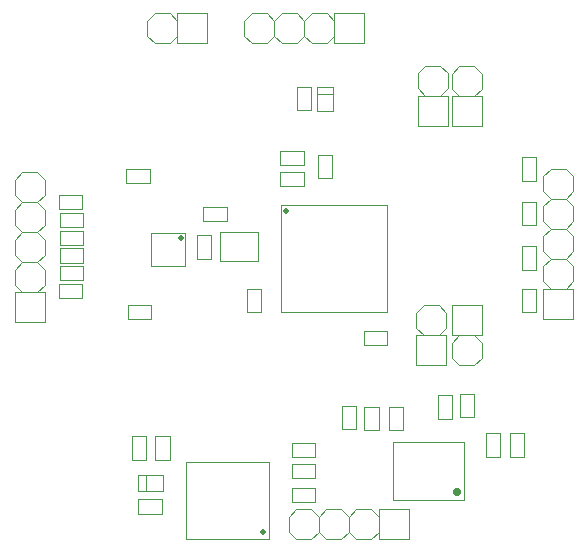
<source format=gm1>
G04 Layer_Color=14360714*
%FSLAX25Y25*%
%MOIN*%
G70*
G01*
G75*
%ADD25C,0.02756*%
%ADD27C,0.01968*%
%ADD41C,0.00394*%
D25*
X147224Y16535D02*
D03*
D27*
X90551Y110236D02*
D03*
X82677Y3150D02*
D03*
X55512Y101378D02*
D03*
D41*
X153150Y41539D02*
Y49409D01*
X148425Y41539D02*
Y49409D01*
X153150D01*
X148425Y41539D02*
X153150D01*
X140945Y41142D02*
Y49013D01*
X145669Y41142D02*
Y49013D01*
X140945Y41142D02*
X145669D01*
X140945Y49013D02*
X145669D01*
X145689Y138642D02*
Y148642D01*
X155689D01*
X145689Y138642D02*
X155689D01*
X145689Y151142D02*
X148189Y148642D01*
X145689Y151142D02*
Y156142D01*
X148189Y158642D01*
X153189D01*
X155689Y156142D01*
Y151142D02*
Y156142D01*
X153189Y148642D02*
X155689Y151142D01*
Y138642D02*
Y148642D01*
X134272Y138799D02*
Y148799D01*
X144272D01*
X134272Y138799D02*
X144272D01*
X134272Y151299D02*
X136772Y148799D01*
X134272Y151299D02*
Y156299D01*
X136772Y158799D01*
X141772D01*
X144272Y156299D01*
Y151299D02*
Y156299D01*
X141772Y148799D02*
X144272Y151299D01*
Y138799D02*
Y148799D01*
X-79Y115768D02*
X2421Y113268D01*
X-79Y115768D02*
Y120768D01*
X2421Y123268D01*
X7421D01*
X9921Y120768D01*
Y115768D02*
Y120768D01*
X7421Y113268D02*
X9921Y115768D01*
X7421Y103268D02*
X9921Y105768D01*
Y110768D01*
X7421Y113268D02*
X9921Y110768D01*
X2421Y113268D02*
X7421D01*
X-79Y110768D02*
X2421Y113268D01*
X-79Y105768D02*
Y110768D01*
Y105768D02*
X2421Y103268D01*
X-79Y95768D02*
X2421Y93268D01*
X-79Y95768D02*
Y100768D01*
X2421Y103268D01*
X7421D01*
X9921Y100768D01*
Y95768D02*
Y100768D01*
X7421Y93268D02*
X9921Y95768D01*
Y73268D02*
Y83268D01*
X7421D02*
X9921Y85768D01*
Y90768D01*
X7421Y93268D02*
X9921Y90768D01*
X2421Y93268D02*
X7421D01*
X-79Y90768D02*
X2421Y93268D01*
X-79Y85768D02*
Y90768D01*
Y85768D02*
X2421Y83268D01*
X-79Y73268D02*
X9921D01*
X-79Y83268D02*
X9921D01*
X-79Y73268D02*
Y83268D01*
X176102Y116909D02*
X178602Y114409D01*
X176102Y116909D02*
Y121909D01*
X178602Y124409D01*
X183602D01*
X186102Y121909D01*
Y116909D02*
Y121909D01*
X183602Y114409D02*
X186102Y116909D01*
X183602Y104409D02*
X186102Y106909D01*
Y111909D01*
X183602Y114409D02*
X186102Y111909D01*
X178602Y114409D02*
X183602D01*
X176102Y111909D02*
X178602Y114409D01*
X176102Y106909D02*
Y111909D01*
Y106909D02*
X178602Y104409D01*
X176102Y96909D02*
X178602Y94410D01*
X176102Y96909D02*
Y101909D01*
X178602Y104409D01*
X183602D01*
X186102Y101909D01*
Y96909D02*
Y101909D01*
X183602Y94410D02*
X186102Y96909D01*
Y74410D02*
Y84409D01*
X183602D02*
X186102Y86910D01*
Y91909D01*
X183602Y94410D02*
X186102Y91909D01*
X178602Y94410D02*
X183602D01*
X176102Y91909D02*
X178602Y94410D01*
X176102Y86910D02*
Y91909D01*
Y86910D02*
X178602Y84409D01*
X176102Y74410D02*
X186102D01*
X176102Y84409D02*
X186102D01*
X176102Y74410D02*
Y84409D01*
X88583Y76772D02*
Y112205D01*
Y76772D02*
X124016D01*
Y112205D01*
X88583D02*
X124016D01*
X100689Y149213D02*
X106004D01*
Y143504D02*
Y151772D01*
X100689Y143504D02*
Y151772D01*
X106004D01*
X100689Y143504D02*
X106004D01*
X98819Y143901D02*
Y151772D01*
X94095Y143901D02*
Y151772D01*
X98819D01*
X94095Y143901D02*
X98819D01*
X155591Y68976D02*
Y78976D01*
X145591Y68976D02*
X155591D01*
X145591Y78976D02*
X155591D01*
X153091Y68976D02*
X155591Y66476D01*
Y61476D02*
Y66476D01*
X153091Y58976D02*
X155591Y61476D01*
X148091Y58976D02*
X153091D01*
X145591Y61476D02*
X148091Y58976D01*
X145591Y61476D02*
Y66476D01*
X148091Y68976D01*
X145591D02*
Y78976D01*
X133780Y58976D02*
Y68976D01*
X143780D01*
X133780Y58976D02*
X143780D01*
X133780Y71476D02*
X136279Y68976D01*
X133780Y71476D02*
Y76476D01*
X136279Y78976D01*
X141279D01*
X143780Y76476D01*
Y71476D02*
Y76476D01*
X141279Y68976D02*
X143780Y71476D01*
Y58976D02*
Y68976D01*
X54213Y166260D02*
X64213D01*
X54213D02*
Y176260D01*
X64213Y166260D02*
Y176260D01*
X51713Y166260D02*
X54213Y168760D01*
X46713Y166260D02*
X51713D01*
X44213Y168760D02*
X46713Y166260D01*
X44213Y168760D02*
Y173760D01*
X46713Y176260D01*
X51713D01*
X54213Y173760D01*
Y176260D02*
X64213D01*
X84567Y985D02*
Y26575D01*
X57166D02*
X84567D01*
X57166Y985D02*
Y26575D01*
Y985D02*
X84567D01*
X84035Y176260D02*
X86535Y173760D01*
X79035Y176260D02*
X84035D01*
X76535Y173760D02*
X79035Y176260D01*
X76535Y168760D02*
Y173760D01*
Y168760D02*
X79035Y166260D01*
X84035D01*
X86535Y168760D01*
X94035Y166260D02*
X96535Y168760D01*
X89035Y166260D02*
X94035D01*
X86535Y168760D02*
X89035Y166260D01*
X86535Y168760D02*
Y173760D01*
X89035Y176260D01*
X94035D01*
X96535Y173760D01*
X106535Y176260D02*
X116535D01*
X104035D02*
X106535Y173760D01*
X99035Y176260D02*
X104035D01*
X96535Y173760D02*
X99035Y176260D01*
X96535Y168760D02*
Y173760D01*
Y168760D02*
X99035Y166260D01*
X104035D01*
X106535Y168760D01*
X116535Y166260D02*
Y176260D01*
X106535Y166260D02*
Y176260D01*
Y166260D02*
X116535D01*
X81102Y93504D02*
Y103347D01*
X68504D02*
X81102D01*
X68504Y93504D02*
Y103347D01*
Y93504D02*
X81102D01*
X70666Y106890D02*
Y111614D01*
X62795Y106890D02*
Y111614D01*
Y106890D02*
X70666D01*
X62795Y111614D02*
X70666D01*
X60630Y102162D02*
X65354D01*
X60630Y94291D02*
X65354D01*
Y102162D01*
X60630Y94291D02*
Y102162D01*
X77362Y84446D02*
X82087D01*
X77362Y76575D02*
X82087D01*
Y84446D01*
X77362Y76575D02*
Y84446D01*
X45472Y102952D02*
X56889D01*
X45472Y91929D02*
X56889D01*
X45472D02*
Y102952D01*
X56889Y91929D02*
Y102952D01*
X14964Y104921D02*
X22835D01*
X14964Y109646D02*
X22835D01*
Y104921D02*
Y109646D01*
X14964Y104921D02*
Y109646D01*
X14567Y86024D02*
X22438D01*
X14567Y81299D02*
X22438D01*
X14567D02*
Y86024D01*
X22438Y81299D02*
Y86024D01*
X14964Y87205D02*
X22835D01*
X14964Y91929D02*
X22835D01*
Y87205D02*
Y91929D01*
X14964Y87205D02*
Y91929D01*
Y93110D02*
X22835D01*
X14964Y97835D02*
X22835D01*
Y93110D02*
Y97835D01*
X14964Y93110D02*
Y97835D01*
Y99016D02*
X22835D01*
X14964Y103740D02*
X22835D01*
Y99016D02*
Y103740D01*
X14964Y99016D02*
Y103740D01*
X14567Y115551D02*
X22438D01*
X14567Y110827D02*
X22438D01*
X14567D02*
Y115551D01*
X22438Y110827D02*
Y115551D01*
X45076Y119685D02*
Y124409D01*
X37205Y119685D02*
Y124409D01*
Y119685D02*
X45076D01*
X37205Y124409D02*
X45076D01*
X37602Y74410D02*
Y79134D01*
X45472Y74410D02*
Y79134D01*
X37602D02*
X45472D01*
X37602Y74410D02*
X45472D01*
X116342Y65551D02*
Y70276D01*
X124213Y65551D02*
Y70276D01*
X116342D02*
X124213D01*
X116342Y65551D02*
X124213D01*
X105709Y121263D02*
Y129134D01*
X100984Y121263D02*
Y129134D01*
X105709D01*
X100984Y121263D02*
X105709D01*
X96257Y118701D02*
Y123425D01*
X88386Y118701D02*
Y123425D01*
Y118701D02*
X96257D01*
X88386Y123425D02*
X96257D01*
Y125591D02*
Y130315D01*
X88386Y125591D02*
Y130315D01*
Y125591D02*
X96257D01*
X88386Y130315D02*
X96257D01*
X46850Y35233D02*
X51575D01*
X46850Y27362D02*
X51575D01*
Y35233D01*
X46850Y27362D02*
Y35233D01*
X38976D02*
X43701D01*
X38976Y27362D02*
X43701D01*
Y35233D01*
X38976Y27362D02*
Y35233D01*
X157087Y28346D02*
Y36217D01*
X161811Y28346D02*
Y36217D01*
X157087Y28346D02*
X161811D01*
X157087Y36217D02*
X161811D01*
X113779Y37602D02*
Y45472D01*
X109055Y37602D02*
Y45472D01*
X113779D01*
X109055Y37602D02*
X113779D01*
X116535Y37205D02*
Y45076D01*
X121260Y37205D02*
Y45076D01*
X116535Y37205D02*
X121260D01*
X116535Y45076D02*
X121260D01*
X92323Y32874D02*
X100194D01*
X92323Y28150D02*
X100194D01*
X92323D02*
Y32874D01*
X100194Y28150D02*
Y32874D01*
Y21260D02*
Y25984D01*
X92323Y21260D02*
Y25984D01*
Y21260D02*
X100194D01*
X92323Y25984D02*
X100194D01*
X100194Y13386D02*
Y18110D01*
X92323Y13386D02*
Y18110D01*
Y13386D02*
X100194D01*
X92323Y18110D02*
X100194D01*
X43701Y17028D02*
Y22343D01*
X41142D02*
X49409D01*
X41142Y17028D02*
X49409D01*
X41142D02*
Y22343D01*
X49409Y17028D02*
Y22343D01*
X41142Y14173D02*
X49013D01*
X41142Y9449D02*
X49013D01*
X41142D02*
Y14173D01*
X49013Y9449D02*
Y14173D01*
X124606Y37205D02*
Y45076D01*
X129331Y37205D02*
Y45076D01*
X124606Y37205D02*
X129331D01*
X124606Y45076D02*
X129331D01*
X98799Y10905D02*
X101299Y8405D01*
X93799Y10905D02*
X98799D01*
X91299Y8405D02*
X93799Y10905D01*
X91299Y3405D02*
Y8405D01*
Y3405D02*
X93799Y905D01*
X98799D01*
X101299Y3405D01*
X108799Y905D02*
X111299Y3405D01*
X103799Y905D02*
X108799D01*
X101299Y3405D02*
X103799Y905D01*
X101299Y3405D02*
Y8405D01*
X103799Y10905D01*
X108799D01*
X111299Y8405D01*
X121299Y10905D02*
X131299D01*
X118799D02*
X121299Y8405D01*
X113799Y10905D02*
X118799D01*
X111299Y8405D02*
X113799Y10905D01*
X111299Y3405D02*
Y8405D01*
Y3405D02*
X113799Y905D01*
X118799D01*
X121299Y3405D01*
X131299Y905D02*
Y10905D01*
X121299Y905D02*
Y10905D01*
Y905D02*
X131299D01*
X149605Y13976D02*
Y33268D01*
X125984D02*
X149605D01*
X125984Y13976D02*
Y33268D01*
Y13976D02*
X149605D01*
X164961Y28346D02*
Y36217D01*
X169685Y28346D02*
Y36217D01*
X164961Y28346D02*
X169685D01*
X164961Y36217D02*
X169685D01*
X168898Y76575D02*
Y84446D01*
X173622Y76575D02*
Y84446D01*
X168898Y76575D02*
X173622D01*
X168898Y84446D02*
X173622D01*
Y90751D02*
Y98622D01*
X168898Y90751D02*
Y98622D01*
X173622D01*
X168898Y90751D02*
X173622D01*
Y120279D02*
Y128150D01*
X168898Y120279D02*
Y128150D01*
X173622D01*
X168898Y120279D02*
X173622D01*
X168898Y105515D02*
X173622D01*
X168898Y113386D02*
X173622D01*
X168898Y105515D02*
Y113386D01*
X173622Y105515D02*
Y113386D01*
M02*

</source>
